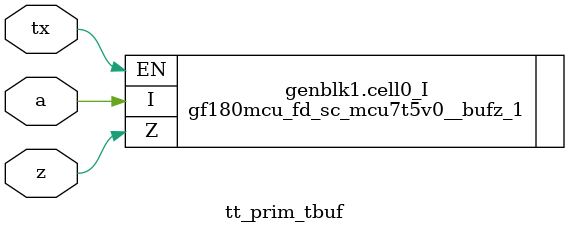
<source format=v>
/*
 * tt_prim_tbuf.v
 *
 * TT Primitive
 * Tristate buffer, polarity variable ... see tt_prim_tbuf_pol
 *
 * Author: Uri Shaked
 */

`default_nettype none

module tt_prim_tbuf #(
	parameter integer HIGH_DRIVE = 0
) (
	input  wire a,
	input  wire tx,
	inout  wire z
);

	generate
		if (HIGH_DRIVE) begin
			gf180mcu_fd_sc_mcu7t5v0__bufz_8 cell0_I (
`ifdef WITH_POWER
				.VDD (1'b1),
				.VSS (1'b0),
				.VPW  (1'b1),
				.VNW  (1'b0),
`endif
				.I    (a),
				.EN   (tx),
				.Z    (z)
			);
		end else begin
			gf180mcu_fd_sc_mcu7t5v0__bufz_1 cell0_I (
`ifdef WITH_POWER
				.VDD (1'b1),
				.VSS (1'b0),
				.VPW  (1'b1),
				.VNW  (1'b0),
`endif
				.I    (a),
				.EN   (tx),
				.Z    (z)
			);
		end
	endgenerate

endmodule // tt_prim_tbuf

</source>
